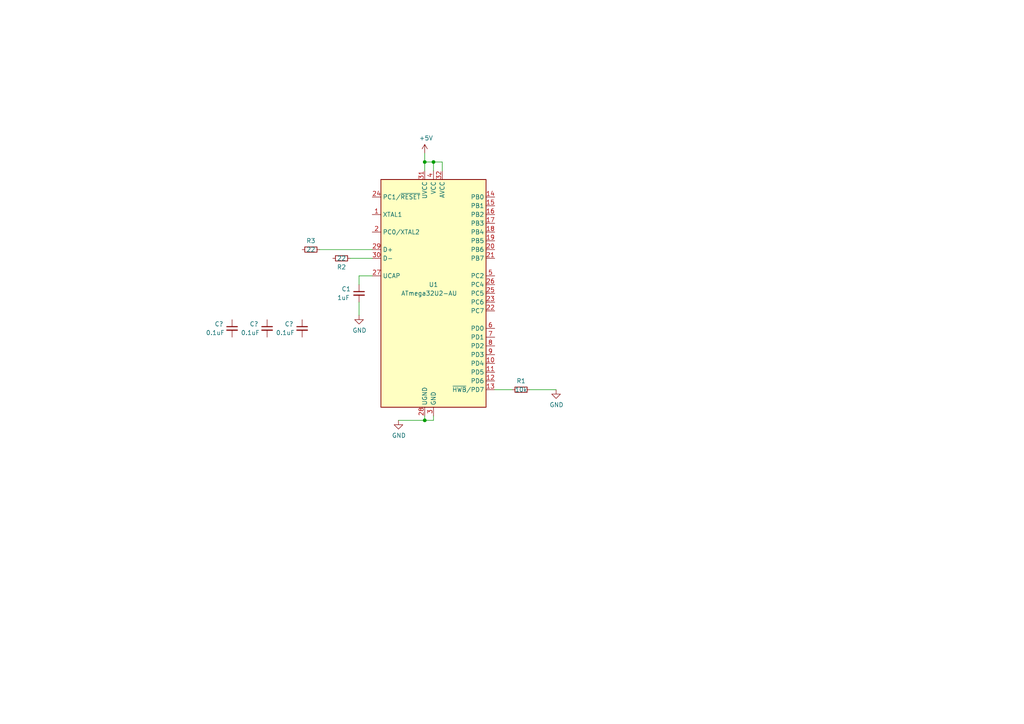
<source format=kicad_sch>
(kicad_sch (version 20200618) (host eeschema "(5.99.0-2224-g7cea4b23f)")
  (page 1 1)
  (paper "A4")
  (lib_symbols
    (symbol "4x5-rescue:+5V-power" (power) (pin_names (offset 0))
      (property "Value" "+5V-power" (at 0 3.556 0))
      (symbol "+5V-power_0_1"
        (polyline (pts (xy -0.762 1.27) (xy 0 2.54)))
        (polyline (pts (xy 0 0) (xy 0 2.54)))
        (polyline (pts (xy 0 2.54) (xy 0.762 1.27)))
      )
      (symbol "+5V-power_1_1"
        (pin power_in line (at 0 0 90) (length 0) hide (name "+5V") (number "1"))
      )
    )
    (symbol "4x5-rescue:ATmega32U2-AU-MCU_Microchip_ATmega" (pin_names (offset 0.508))
      (property "Reference" "U" (at -15.24 34.29 0))
      (property "Value" "ATmega32U2-AU-MCU_Microchip_ATmega" (at 2.54 -34.29 0))
      (symbol "ATmega32U2-AU-MCU_Microchip_ATmega_0_1"
        (rectangle (start -15.24 -33.02) (end 15.24 33.02) (stroke (width 0.254)) (fill (type background)))
      )
      (symbol "ATmega32U2-AU-MCU_Microchip_ATmega_1_1"
        (pin input line (at -17.78 22.86 0) (length 2.54) (name "XTAL1") (number "1"))
        (pin bidirectional line (at 17.78 -20.32 180) (length 2.54) (name "PD4") (number "10"))
        (pin bidirectional line (at 17.78 -22.86 180) (length 2.54) (name "PD5") (number "11"))
        (pin bidirectional line (at 17.78 -25.4 180) (length 2.54) (name "PD6") (number "12"))
        (pin bidirectional line (at 17.78 -27.94 180) (length 2.54) (name "~HWB~/PD7") (number "13"))
        (pin bidirectional line (at 17.78 27.94 180) (length 2.54) (name "PB0") (number "14"))
        (pin bidirectional line (at 17.78 25.4 180) (length 2.54) (name "PB1") (number "15"))
        (pin bidirectional line (at 17.78 22.86 180) (length 2.54) (name "PB2") (number "16"))
        (pin bidirectional line (at 17.78 20.32 180) (length 2.54) (name "PB3") (number "17"))
        (pin bidirectional line (at 17.78 17.78 180) (length 2.54) (name "PB4") (number "18"))
        (pin bidirectional line (at 17.78 15.24 180) (length 2.54) (name "PB5") (number "19"))
        (pin bidirectional line (at -17.78 17.78 0) (length 2.54) (name "PC0/XTAL2") (number "2"))
        (pin bidirectional line (at 17.78 12.7 180) (length 2.54) (name "PB6") (number "20"))
        (pin bidirectional line (at 17.78 10.16 180) (length 2.54) (name "PB7") (number "21"))
        (pin bidirectional line (at 17.78 -5.08 180) (length 2.54) (name "PC7") (number "22"))
        (pin bidirectional line (at 17.78 -2.54 180) (length 2.54) (name "PC6") (number "23"))
        (pin bidirectional line (at -17.78 27.94 0) (length 2.54) (name "PC1/~RESET") (number "24"))
        (pin bidirectional line (at 17.78 0 180) (length 2.54) (name "PC5") (number "25"))
        (pin bidirectional line (at 17.78 2.54 180) (length 2.54) (name "PC4") (number "26"))
        (pin passive line (at -17.78 5.08 0) (length 2.54) (name "UCAP") (number "27"))
        (pin power_in line (at -2.54 -35.56 90) (length 2.54) (name "UGND") (number "28"))
        (pin bidirectional line (at -17.78 12.7 0) (length 2.54) (name "D+") (number "29"))
        (pin power_in line (at 0 -35.56 90) (length 2.54) (name "GND") (number "3"))
        (pin bidirectional line (at -17.78 10.16 0) (length 2.54) (name "D-") (number "30"))
        (pin power_in line (at -2.54 35.56 270) (length 2.54) (name "UVCC") (number "31"))
        (pin power_in line (at 2.54 35.56 270) (length 2.54) (name "AVCC") (number "32"))
        (pin power_in line (at 0 35.56 270) (length 2.54) (name "VCC") (number "4"))
        (pin bidirectional line (at 17.78 5.08 180) (length 2.54) (name "PC2") (number "5"))
        (pin bidirectional line (at 17.78 -10.16 180) (length 2.54) (name "PD0") (number "6"))
        (pin bidirectional line (at 17.78 -12.7 180) (length 2.54) (name "PD1") (number "7"))
        (pin bidirectional line (at 17.78 -15.24 180) (length 2.54) (name "PD2") (number "8"))
        (pin bidirectional line (at 17.78 -17.78 180) (length 2.54) (name "PD3") (number "9"))
      )
    )
    (symbol "4x5-rescue:C_Small-Device" (pin_numbers hide) (pin_names (offset 0.254) hide)
      (property "Reference" "C" (at 0.254 1.778 0))
      (property "Value" "C_Small-Device" (at 0.254 -2.032 0))
      (symbol "C_Small-Device_0_1"
        (polyline (pts (xy -1.524 -0.508) (xy 1.524 -0.508)) (stroke (width 0.3302)))
        (polyline (pts (xy -1.524 0.508) (xy 1.524 0.508)) (stroke (width 0.3048)))
      )
      (symbol "C_Small-Device_1_1"
        (pin passive line (at 0 2.54 270) (length 2.032) (name "~") (number "1"))
        (pin passive line (at 0 -2.54 90) (length 2.032) (name "~") (number "2"))
      )
    )
    (symbol "4x5-rescue:GND-power" (power) (pin_names (offset 0))
      (property "Value" "GND-power" (at 0 -3.81 0))
      (symbol "GND-power_0_1"
        (polyline (pts (xy 0 0) (xy 0 -1.27) (xy 1.27 -1.27) (xy 0 -2.54) (xy -1.27 -1.27) (xy 0 -1.27)))
      )
      (symbol "GND-power_1_1"
        (pin power_in line (at 0 0 270) (length 0) hide (name "GND") (number "1"))
      )
    )
    (symbol "4x5-rescue:R_Small-Device" (pin_numbers hide) (pin_names (offset 0.254) hide)
      (property "Reference" "R" (at 0.762 0.508 0))
      (property "Value" "R_Small-Device" (at 0.762 -1.016 0))
      (symbol "R_Small-Device_0_1"
        (rectangle (start -0.762 1.778) (end 0.762 -1.778) (stroke (width 0.2032)))
      )
      (symbol "R_Small-Device_1_1"
        (pin passive line (at 0 2.54 270) (length 0.762) (name "~") (number "1"))
        (pin passive line (at 0 -2.54 90) (length 0.762) (name "~") (number "2"))
      )
    )
  )
  (junction (at 123.19 46.99))
  (junction (at 123.19 121.92))
  (junction (at 125.73 46.99))
  (wire (pts (xy 92.71 72.39) (xy 107.95 72.39)))
  (wire (pts (xy 101.6 74.93) (xy 107.95 74.93)))
  (wire (pts (xy 104.14 80.01) (xy 104.14 82.55)))
  (wire (pts (xy 104.14 87.63) (xy 104.14 91.44)))
  (wire (pts (xy 107.95 80.01) (xy 104.14 80.01)))
  (wire (pts (xy 123.19 46.99) (xy 123.19 44.45)))
  (wire (pts (xy 123.19 49.53) (xy 123.19 46.99)))
  (wire (pts (xy 123.19 120.65) (xy 123.19 121.92)))
  (wire (pts (xy 123.19 121.92) (xy 115.57 121.92)))
  (wire (pts (xy 125.73 46.99) (xy 123.19 46.99)))
  (wire (pts (xy 125.73 49.53) (xy 125.73 46.99)))
  (wire (pts (xy 125.73 120.65) (xy 125.73 121.92)))
  (wire (pts (xy 125.73 121.92) (xy 123.19 121.92)))
  (wire (pts (xy 128.27 46.99) (xy 125.73 46.99)))
  (wire (pts (xy 128.27 49.53) (xy 128.27 46.99)))
  (wire (pts (xy 143.51 113.03) (xy 148.59 113.03)))
  (wire (pts (xy 161.29 113.03) (xy 153.67 113.03)))
  (symbol (lib_id "4x5-rescue:+5V-power") (at 123.19 44.45 0) (unit 1)
    (property "Reference" "#PWR?" (effects hide))
    (property "Value" "+5V" (at 123.571 40.0558 0))
  )
  (symbol (lib_id "4x5-rescue:GND-power") (at 104.14 91.44 0) (unit 1)
    (property "Reference" "#PWR?" (effects hide))
    (property "Value" "GND" (at 104.267 95.8342 0))
  )
  (symbol (lib_id "4x5-rescue:GND-power") (at 115.57 121.92 0) (unit 1)
    (property "Reference" "#PWR?" (effects hide))
    (property "Value" "GND" (at 115.697 126.3142 0))
  )
  (symbol (lib_id "4x5-rescue:GND-power") (at 161.29 113.03 0) (unit 1)
    (property "Reference" "#PWR?" (effects hide))
    (property "Value" "GND" (at 161.417 117.4242 0))
  )
  (symbol (lib_id "4x5-rescue:R_Small-Device") (at 90.17 72.39 270) (unit 1)
    (property "Reference" "R3" (at 90.17 69.85 90))
    (property "Value" "22" (at 90.17 72.39 90))
  )
  (symbol (lib_id "4x5-rescue:R_Small-Device") (at 99.06 74.93 270) (unit 1)
    (property "Reference" "R2" (at 99.06 77.47 90))
    (property "Value" "22" (at 99.06 74.93 90))
  )
  (symbol (lib_id "4x5-rescue:R_Small-Device") (at 151.13 113.03 270) (unit 1)
    (property "Reference" "R1" (at 151.13 110.49 90))
    (property "Value" "10k" (at 151.13 113.03 90))
  )
  (symbol (lib_id "4x5-rescue:C_Small-Device") (at 67.31 95.25 0) (unit 1)
    (property "Reference" "C?" (at 62.23 93.98 0) (effects (justify left)))
    (property "Value" "0.1uF" (at 59.69 96.52 0) (effects (justify left)))
  )
  (symbol (lib_id "4x5-rescue:C_Small-Device") (at 77.47 95.25 0) (unit 1)
    (property "Reference" "C?" (at 72.39 93.98 0) (effects (justify left)))
    (property "Value" "0.1uF" (at 69.85 96.52 0) (effects (justify left)))
  )
  (symbol (lib_id "4x5-rescue:C_Small-Device") (at 87.63 95.25 0) (unit 1)
    (property "Reference" "C?" (at 82.55 93.98 0) (effects (justify left)))
    (property "Value" "0.1uF" (at 80.01 96.52 0) (effects (justify left)))
  )
  (symbol (lib_id "4x5-rescue:C_Small-Device") (at 104.14 85.09 0) (unit 1)
    (property "Reference" "C1" (at 99.06 83.82 0) (effects (justify left)))
    (property "Value" "1uF" (at 97.79 86.36 0) (effects (justify left)))
  )
  (symbol (lib_id "4x5-rescue:ATmega32U2-AU-MCU_Microchip_ATmega") (at 125.73 85.09 0) (unit 1)
    (property "Reference" "U1" (at 125.73 82.55 0))
    (property "Value" "ATmega32U2-AU" (at 124.46 85.09 0))
    (property "Footprint" "Package_QFP:TQFP-32_7x7mm_P0.8mm" (effects hide))
    (property "Datasheet" "http://ww1.microchip.com/downloads/en/DeviceDoc/doc7799.pdf" (effects hide))
  )
)
</source>
